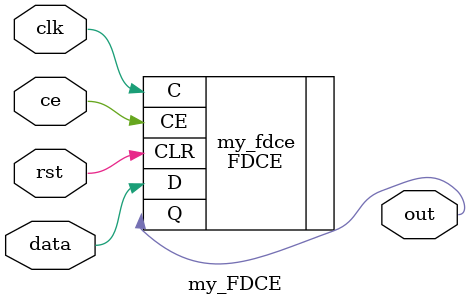
<source format=sv>
module my_FDCE(
  input  logic data,
  input  logic clk,
  input  logic ce,
  input  logic rst,
  output logic out
);

  FDCE my_fdce (
    .Q(out),
    .C(clk),
    .CE(ce),
    .CLR(rst),
    .D(data)
  );


endmodule

</source>
